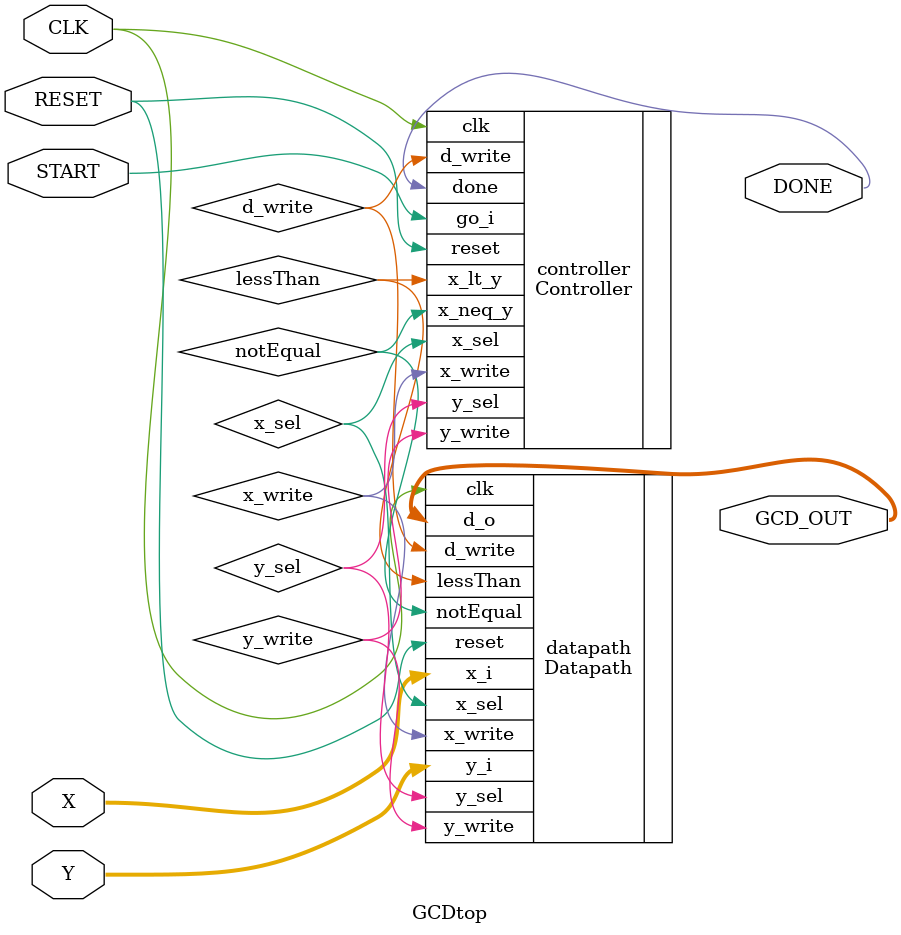
<source format=v>
`timescale 1ns / 1ps
module GCDtop(CLK, X, Y, START, RESET, GCD_OUT, DONE);

	input CLK, START, RESET;
	input[3:0] X, Y;
	output [3:0] GCD_OUT;
	output DONE;

	wire x_sel, y_sel, x_write, y_write, d_write, notEqual, lessThan;

	Datapath datapath(.reset(RESET), .clk(CLK), .x_i(X), .y_i(Y), .x_sel(x_sel), .y_sel(y_sel), .x_write(x_write), 
				.y_write(y_write), .d_write(d_write), .notEqual(notEqual), .lessThan(lessThan), .d_o(GCD_OUT));

	Controller controller(.clk(CLK), .reset(RESET), .go_i(START), .x_sel(x_sel), .x_write(x_write), .y_sel(y_sel), 
								.y_write(y_write), .d_write(d_write), .x_neq_y(notEqual), .x_lt_y(lessThan), .done(DONE));



endmodule

</source>
